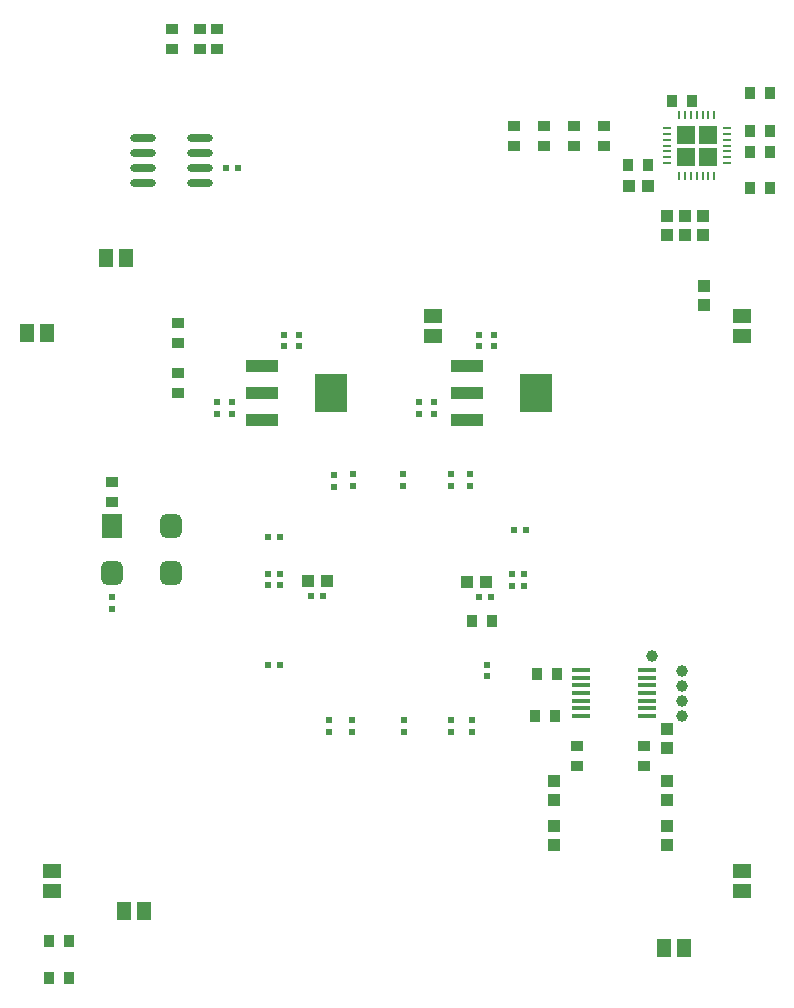
<source format=gbp>
G04*
G04 #@! TF.GenerationSoftware,Altium Limited,Altium Designer,20.0.11 (256)*
G04*
G04 Layer_Color=128*
%FSLAX25Y25*%
%MOIN*%
G70*
G01*
G75*
%ADD19R,0.03543X0.03937*%
%ADD58R,0.03937X0.03937*%
%ADD59R,0.01968X0.02362*%
%ADD60R,0.02362X0.01968*%
G04:AMPARAMS|DCode=61|XSize=78.74mil|YSize=70.87mil|CornerRadius=17.72mil|HoleSize=0mil|Usage=FLASHONLY|Rotation=270.000|XOffset=0mil|YOffset=0mil|HoleType=Round|Shape=RoundedRectangle|*
%AMROUNDEDRECTD61*
21,1,0.07874,0.03543,0,0,270.0*
21,1,0.04331,0.07087,0,0,270.0*
1,1,0.03543,-0.01772,-0.02165*
1,1,0.03543,-0.01772,0.02165*
1,1,0.03543,0.01772,0.02165*
1,1,0.03543,0.01772,-0.02165*
%
%ADD61ROUNDEDRECTD61*%
%ADD62R,0.07087X0.07874*%
%ADD63R,0.03937X0.03543*%
%ADD64R,0.05906X0.05118*%
%ADD65R,0.10630X0.03937*%
%ADD66R,0.10630X0.12992*%
%ADD67R,0.05118X0.05906*%
%ADD68C,0.03937*%
%ADD69R,0.06496X0.01181*%
%ADD70O,0.08661X0.02362*%
%ADD74R,0.03937X0.03937*%
%ADD92R,0.00984X0.02756*%
%ADD93R,0.02756X0.00984*%
%ADD94R,0.06102X0.06102*%
%ADD95R,0.06102X0.06102*%
D19*
X167831Y130772D02*
D03*
X161138D02*
D03*
X26831Y11772D02*
D03*
X20138D02*
D03*
X26831Y24272D02*
D03*
X20138D02*
D03*
X182138Y99272D02*
D03*
X188831D02*
D03*
X189347Y113000D02*
D03*
X182653D02*
D03*
X227638Y304272D02*
D03*
X234331D02*
D03*
X253638Y306772D02*
D03*
X260331D02*
D03*
X260331Y294272D02*
D03*
X253638D02*
D03*
X260331Y287272D02*
D03*
X253638D02*
D03*
X253638Y275272D02*
D03*
X260331D02*
D03*
X213138Y282772D02*
D03*
X219831D02*
D03*
D58*
X238484Y236122D02*
D03*
Y242421D02*
D03*
X188484Y71122D02*
D03*
Y77421D02*
D03*
Y56122D02*
D03*
Y62421D02*
D03*
X225984D02*
D03*
Y56122D02*
D03*
Y71122D02*
D03*
Y77421D02*
D03*
Y88622D02*
D03*
Y94921D02*
D03*
Y259622D02*
D03*
Y265921D02*
D03*
X231984Y259622D02*
D03*
Y265921D02*
D03*
X237984Y259622D02*
D03*
Y265921D02*
D03*
D59*
X40984Y134803D02*
D03*
Y138740D02*
D03*
X115000Y179469D02*
D03*
Y175531D02*
D03*
X121484Y179740D02*
D03*
Y175803D02*
D03*
X137984Y179740D02*
D03*
Y175803D02*
D03*
X153984Y179740D02*
D03*
Y175803D02*
D03*
X160484Y179740D02*
D03*
Y175803D02*
D03*
X165984Y112303D02*
D03*
Y116240D02*
D03*
X160984Y93803D02*
D03*
Y97740D02*
D03*
X153984Y93803D02*
D03*
Y97740D02*
D03*
X138484Y93803D02*
D03*
Y97740D02*
D03*
X120984Y93772D02*
D03*
Y97709D02*
D03*
X113484Y93835D02*
D03*
Y97772D02*
D03*
X148484Y203740D02*
D03*
Y199803D02*
D03*
X143484Y203740D02*
D03*
Y199803D02*
D03*
X163484Y222303D02*
D03*
Y226240D02*
D03*
X168484Y222303D02*
D03*
Y226240D02*
D03*
X103484Y222303D02*
D03*
Y226240D02*
D03*
X98484Y222303D02*
D03*
Y226240D02*
D03*
X80984Y203740D02*
D03*
Y199803D02*
D03*
X75984Y203740D02*
D03*
Y199803D02*
D03*
D60*
X93016Y142772D02*
D03*
X96953D02*
D03*
X93016Y158772D02*
D03*
X96953D02*
D03*
X93016Y146382D02*
D03*
X96953D02*
D03*
X107516Y139272D02*
D03*
X111453D02*
D03*
X178469Y142500D02*
D03*
X174531D02*
D03*
X178469Y146500D02*
D03*
X174531D02*
D03*
X167453Y138772D02*
D03*
X163516D02*
D03*
X79016Y281772D02*
D03*
X82953D02*
D03*
X175016Y161272D02*
D03*
X178953D02*
D03*
X96953Y116272D02*
D03*
X93016D02*
D03*
D61*
X60669Y146772D02*
D03*
Y162520D02*
D03*
X40984Y146772D02*
D03*
D62*
Y162520D02*
D03*
D63*
Y170425D02*
D03*
Y177118D02*
D03*
X195984Y89118D02*
D03*
Y82425D02*
D03*
X218484Y89118D02*
D03*
Y82425D02*
D03*
X62984Y206925D02*
D03*
Y213618D02*
D03*
Y223425D02*
D03*
Y230118D02*
D03*
X75984Y328118D02*
D03*
Y321425D02*
D03*
X70484Y328118D02*
D03*
Y321425D02*
D03*
X60984Y328118D02*
D03*
Y321425D02*
D03*
X205000Y289154D02*
D03*
Y295847D02*
D03*
X195000Y289154D02*
D03*
Y295847D02*
D03*
X185000Y289154D02*
D03*
Y295847D02*
D03*
X175000Y289154D02*
D03*
Y295847D02*
D03*
D64*
X147984Y232618D02*
D03*
Y225925D02*
D03*
X250984Y47618D02*
D03*
Y40925D02*
D03*
X20984D02*
D03*
Y47618D02*
D03*
X250984Y225925D02*
D03*
Y232618D02*
D03*
D65*
X159370Y197716D02*
D03*
Y206772D02*
D03*
Y215827D02*
D03*
X90984Y197716D02*
D03*
Y206772D02*
D03*
Y215827D02*
D03*
D66*
X182598Y206772D02*
D03*
X114213D02*
D03*
D67*
X225138Y21772D02*
D03*
X231831D02*
D03*
X51831Y34272D02*
D03*
X45138D02*
D03*
X12638Y226772D02*
D03*
X19331D02*
D03*
X45831Y251772D02*
D03*
X39138D02*
D03*
D68*
X230984Y99272D02*
D03*
Y104272D02*
D03*
Y109272D02*
D03*
Y114272D02*
D03*
X220984Y119272D02*
D03*
D69*
X197559Y99094D02*
D03*
Y101654D02*
D03*
Y104213D02*
D03*
Y106772D02*
D03*
Y109331D02*
D03*
Y111890D02*
D03*
Y114449D02*
D03*
X219409Y99094D02*
D03*
Y101654D02*
D03*
Y104213D02*
D03*
Y106772D02*
D03*
Y109331D02*
D03*
Y111890D02*
D03*
Y114449D02*
D03*
D70*
X70433Y291772D02*
D03*
Y286772D02*
D03*
Y281772D02*
D03*
Y276772D02*
D03*
X51535Y291772D02*
D03*
Y286772D02*
D03*
Y281772D02*
D03*
Y276772D02*
D03*
D74*
X213335Y275772D02*
D03*
X219634D02*
D03*
X159335Y143772D02*
D03*
X165634D02*
D03*
X112634Y144272D02*
D03*
X106335D02*
D03*
D92*
X241890Y279233D02*
D03*
X239921D02*
D03*
X237953D02*
D03*
X235984Y279232D02*
D03*
X234015D02*
D03*
X232047Y279233D02*
D03*
X230079D02*
D03*
Y299311D02*
D03*
X232047D02*
D03*
X234015Y299311D02*
D03*
X235984D02*
D03*
X237953Y299311D02*
D03*
X239921D02*
D03*
X241890D02*
D03*
D93*
X246024Y295178D02*
D03*
Y293209D02*
D03*
X246023Y291240D02*
D03*
Y289272D02*
D03*
X246024Y287303D02*
D03*
Y285335D02*
D03*
Y283366D02*
D03*
X225945Y295178D02*
D03*
Y293209D02*
D03*
X225945Y291240D02*
D03*
Y289272D02*
D03*
X225945Y287303D02*
D03*
Y285335D02*
D03*
Y283366D02*
D03*
D94*
X239626Y292913D02*
D03*
X239626Y285630D02*
D03*
X232343Y292913D02*
D03*
D95*
X232343Y285630D02*
D03*
M02*

</source>
